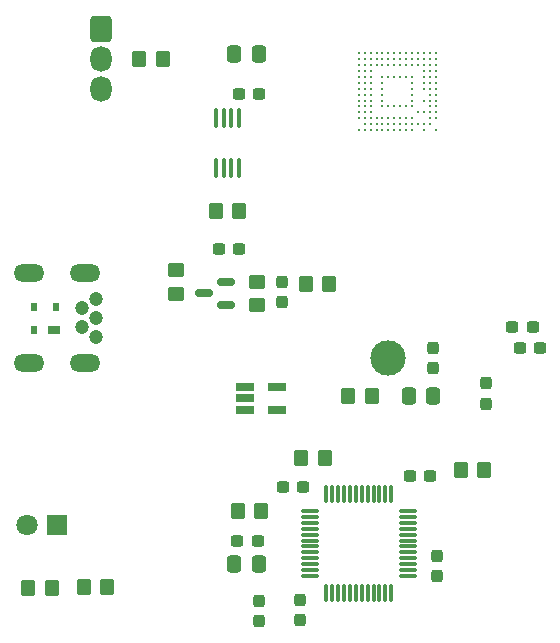
<source format=gbr>
%TF.GenerationSoftware,KiCad,Pcbnew,7.0.5*%
%TF.CreationDate,2023-07-09T17:38:26+09:00*%
%TF.ProjectId,sdcdmuxemmc,73646364-6d75-4786-956d-6d632e6b6963,rev?*%
%TF.SameCoordinates,Original*%
%TF.FileFunction,Soldermask,Bot*%
%TF.FilePolarity,Negative*%
%FSLAX46Y46*%
G04 Gerber Fmt 4.6, Leading zero omitted, Abs format (unit mm)*
G04 Created by KiCad (PCBNEW 7.0.5) date 2023-07-09 17:38:26*
%MOMM*%
%LPD*%
G01*
G04 APERTURE LIST*
G04 Aperture macros list*
%AMRoundRect*
0 Rectangle with rounded corners*
0 $1 Rounding radius*
0 $2 $3 $4 $5 $6 $7 $8 $9 X,Y pos of 4 corners*
0 Add a 4 corners polygon primitive as box body*
4,1,4,$2,$3,$4,$5,$6,$7,$8,$9,$2,$3,0*
0 Add four circle primitives for the rounded corners*
1,1,$1+$1,$2,$3*
1,1,$1+$1,$4,$5*
1,1,$1+$1,$6,$7*
1,1,$1+$1,$8,$9*
0 Add four rect primitives between the rounded corners*
20,1,$1+$1,$2,$3,$4,$5,0*
20,1,$1+$1,$4,$5,$6,$7,0*
20,1,$1+$1,$6,$7,$8,$9,0*
20,1,$1+$1,$8,$9,$2,$3,0*%
G04 Aperture macros list end*
%ADD10C,3.000000*%
%ADD11C,1.200000*%
%ADD12O,2.600000X1.500000*%
%ADD13RoundRect,0.250200X-0.649800X0.849800X-0.649800X-0.849800X0.649800X-0.849800X0.649800X0.849800X0*%
%ADD14O,1.800000X2.200000*%
%ADD15R,1.800000X1.800000*%
%ADD16C,1.800000*%
%ADD17RoundRect,0.250000X0.337500X0.475000X-0.337500X0.475000X-0.337500X-0.475000X0.337500X-0.475000X0*%
%ADD18RoundRect,0.250000X-0.350000X-0.450000X0.350000X-0.450000X0.350000X0.450000X-0.350000X0.450000X0*%
%ADD19RoundRect,0.250000X0.350000X0.450000X-0.350000X0.450000X-0.350000X-0.450000X0.350000X-0.450000X0*%
%ADD20RoundRect,0.237500X0.237500X-0.300000X0.237500X0.300000X-0.237500X0.300000X-0.237500X-0.300000X0*%
%ADD21RoundRect,0.150000X0.587500X0.150000X-0.587500X0.150000X-0.587500X-0.150000X0.587500X-0.150000X0*%
%ADD22RoundRect,0.237500X-0.300000X-0.237500X0.300000X-0.237500X0.300000X0.237500X-0.300000X0.237500X0*%
%ADD23RoundRect,0.250000X-0.450000X0.350000X-0.450000X-0.350000X0.450000X-0.350000X0.450000X0.350000X0*%
%ADD24RoundRect,0.237500X-0.237500X0.300000X-0.237500X-0.300000X0.237500X-0.300000X0.237500X0.300000X0*%
%ADD25R,1.560000X0.650000*%
%ADD26RoundRect,0.237500X0.300000X0.237500X-0.300000X0.237500X-0.300000X-0.237500X0.300000X-0.237500X0*%
%ADD27R,1.000000X0.700000*%
%ADD28R,0.600000X0.700000*%
%ADD29RoundRect,0.075000X-0.075000X0.662500X-0.075000X-0.662500X0.075000X-0.662500X0.075000X0.662500X0*%
%ADD30RoundRect,0.075000X-0.662500X0.075000X-0.662500X-0.075000X0.662500X-0.075000X0.662500X0.075000X0*%
%ADD31C,0.254000*%
%ADD32RoundRect,0.250000X0.450000X-0.350000X0.450000X0.350000X-0.450000X0.350000X-0.450000X-0.350000X0*%
%ADD33RoundRect,0.100000X0.100000X-0.712500X0.100000X0.712500X-0.100000X0.712500X-0.100000X-0.712500X0*%
G04 APERTURE END LIST*
D10*
%TO.C,U402*%
X193500000Y-100000000D03*
%TD*%
D11*
%TO.C,J101*%
X168750000Y-95000000D03*
X167550000Y-95800000D03*
X168750000Y-96600000D03*
X167550000Y-97400000D03*
X168750000Y-98200000D03*
D12*
X167850000Y-92800000D03*
X163050000Y-92800000D03*
X167850000Y-100400000D03*
X163050000Y-100400000D03*
%TD*%
D13*
%TO.C,U201*%
X169152500Y-72105000D03*
D14*
X169152500Y-74645000D03*
X169152500Y-77185000D03*
%TD*%
D15*
%TO.C,D202*%
X165465000Y-114100000D03*
D16*
X162925000Y-114100000D03*
%TD*%
D17*
%TO.C,C401*%
X197287500Y-103250000D03*
X195212500Y-103250000D03*
%TD*%
D18*
%TO.C,R503*%
X180760000Y-112950000D03*
X182760000Y-112950000D03*
%TD*%
D19*
%TO.C,R403*%
X201640000Y-109500000D03*
X199640000Y-109500000D03*
%TD*%
D20*
%TO.C,C506*%
X197610000Y-118462500D03*
X197610000Y-116737500D03*
%TD*%
D21*
%TO.C,Q301*%
X179787500Y-93570000D03*
X179787500Y-95470000D03*
X177912500Y-94520000D03*
%TD*%
D18*
%TO.C,R402*%
X190090000Y-103210000D03*
X192090000Y-103210000D03*
%TD*%
D22*
%TO.C,C508*%
X184557500Y-110920000D03*
X186282500Y-110920000D03*
%TD*%
D17*
%TO.C,C306*%
X182547500Y-74220000D03*
X180472500Y-74220000D03*
%TD*%
D23*
%TO.C,R302*%
X182340000Y-93520000D03*
X182340000Y-95520000D03*
%TD*%
D22*
%TO.C,C507*%
X195337500Y-109980000D03*
X197062500Y-109980000D03*
%TD*%
D24*
%TO.C,C301*%
X184490000Y-93547500D03*
X184490000Y-95272500D03*
%TD*%
D19*
%TO.C,R301*%
X188510000Y-93720000D03*
X186510000Y-93720000D03*
%TD*%
%TO.C,R303*%
X180870000Y-87550000D03*
X178870000Y-87550000D03*
%TD*%
D20*
%TO.C,C405*%
X197250000Y-100862500D03*
X197250000Y-99137500D03*
%TD*%
D25*
%TO.C,U503*%
X181350000Y-104360000D03*
X181350000Y-103410000D03*
X181350000Y-102460000D03*
X184050000Y-102460000D03*
X184050000Y-104360000D03*
%TD*%
D26*
%TO.C,C510*%
X182422500Y-115520000D03*
X180697500Y-115520000D03*
%TD*%
D24*
%TO.C,C501*%
X182520000Y-120567500D03*
X182520000Y-122292500D03*
%TD*%
D26*
%TO.C,C603*%
X206372500Y-99160000D03*
X204647500Y-99160000D03*
%TD*%
%TO.C,C303*%
X180882500Y-90750000D03*
X179157500Y-90750000D03*
%TD*%
D27*
%TO.C,D101*%
X165200000Y-97650000D03*
D28*
X163500000Y-97650000D03*
X163500000Y-95650000D03*
X165400000Y-95650000D03*
%TD*%
D29*
%TO.C,U502*%
X188250000Y-111537500D03*
X188750000Y-111537500D03*
X189250000Y-111537500D03*
X189750000Y-111537500D03*
X190250000Y-111537500D03*
X190750000Y-111537500D03*
X191250000Y-111537500D03*
X191750000Y-111537500D03*
X192250000Y-111537500D03*
X192750000Y-111537500D03*
X193250000Y-111537500D03*
X193750000Y-111537500D03*
D30*
X195162500Y-112950000D03*
X195162500Y-113450000D03*
X195162500Y-113950000D03*
X195162500Y-114450000D03*
X195162500Y-114950000D03*
X195162500Y-115450000D03*
X195162500Y-115950000D03*
X195162500Y-116450000D03*
X195162500Y-116950000D03*
X195162500Y-117450000D03*
X195162500Y-117950000D03*
X195162500Y-118450000D03*
D29*
X193750000Y-119862500D03*
X193250000Y-119862500D03*
X192750000Y-119862500D03*
X192250000Y-119862500D03*
X191750000Y-119862500D03*
X191250000Y-119862500D03*
X190750000Y-119862500D03*
X190250000Y-119862500D03*
X189750000Y-119862500D03*
X189250000Y-119862500D03*
X188750000Y-119862500D03*
X188250000Y-119862500D03*
D30*
X186837500Y-118450000D03*
X186837500Y-117950000D03*
X186837500Y-117450000D03*
X186837500Y-116950000D03*
X186837500Y-116450000D03*
X186837500Y-115950000D03*
X186837500Y-115450000D03*
X186837500Y-114950000D03*
X186837500Y-114450000D03*
X186837500Y-113950000D03*
X186837500Y-113450000D03*
X186837500Y-112950000D03*
%TD*%
D19*
%TO.C,R501*%
X188130000Y-108480000D03*
X186130000Y-108480000D03*
%TD*%
D18*
%TO.C,R202*%
X163000000Y-119500000D03*
X165000000Y-119500000D03*
%TD*%
D26*
%TO.C,C305*%
X182562500Y-77630000D03*
X180837500Y-77630000D03*
%TD*%
D24*
%TO.C,C407*%
X201750000Y-102137500D03*
X201750000Y-103862500D03*
%TD*%
D19*
%TO.C,R204*%
X174380000Y-74700000D03*
X172380000Y-74700000D03*
%TD*%
%TO.C,R201*%
X169720000Y-119420000D03*
X167720000Y-119420000D03*
%TD*%
D31*
%TO.C,U604*%
X197500000Y-80700000D03*
X197500000Y-79700000D03*
X197500000Y-79200000D03*
X197500000Y-78700000D03*
X197500000Y-78200000D03*
X197500000Y-77700000D03*
X197500000Y-77200000D03*
X197500000Y-76700000D03*
X197500000Y-76200000D03*
X197500000Y-75700000D03*
X197500000Y-75200000D03*
X197500000Y-74700000D03*
X197500000Y-74200000D03*
X197000000Y-80200000D03*
X197000000Y-79700000D03*
X197000000Y-79200000D03*
X197000000Y-78700000D03*
X197000000Y-78200000D03*
X197000000Y-77700000D03*
X197000000Y-77200000D03*
X197000000Y-76700000D03*
X197000000Y-76200000D03*
X197000000Y-75700000D03*
X197000000Y-75200000D03*
X197000000Y-74700000D03*
X197000000Y-74200000D03*
X196500000Y-80700000D03*
X196500000Y-80200000D03*
X196500000Y-79200000D03*
X196500000Y-78200000D03*
X196500000Y-77200000D03*
X196500000Y-76700000D03*
X196500000Y-76200000D03*
X196500000Y-75700000D03*
X196500000Y-75200000D03*
X196500000Y-74700000D03*
X196500000Y-74200000D03*
X196000000Y-80200000D03*
X196000000Y-79200000D03*
X196000000Y-75200000D03*
X196000000Y-74700000D03*
X196000000Y-74200000D03*
X195500000Y-80700000D03*
X195500000Y-80200000D03*
X195500000Y-79700000D03*
X195500000Y-78700000D03*
X195500000Y-78200000D03*
X195500000Y-77700000D03*
X195500000Y-77200000D03*
X195500000Y-76700000D03*
X195500000Y-76200000D03*
X195500000Y-75200000D03*
X195500000Y-74700000D03*
X195500000Y-74200000D03*
X195000000Y-80700000D03*
X195000000Y-80200000D03*
X195000000Y-79700000D03*
X195000000Y-78700000D03*
X195000000Y-76200000D03*
X195000000Y-75200000D03*
X195000000Y-74700000D03*
X195000000Y-74200000D03*
X194500000Y-80700000D03*
X194500000Y-80200000D03*
X194500000Y-79700000D03*
X194500000Y-78700000D03*
X194500000Y-76200000D03*
X194500000Y-75200000D03*
X194500000Y-74700000D03*
X194500000Y-74200000D03*
X194000000Y-80700000D03*
X194000000Y-80200000D03*
X194000000Y-79700000D03*
X194000000Y-78700000D03*
X194000000Y-76200000D03*
X194000000Y-75200000D03*
X194000000Y-74700000D03*
X194000000Y-74200000D03*
X193500000Y-80700000D03*
X193500000Y-80200000D03*
X193500000Y-79700000D03*
X193500000Y-78700000D03*
X193500000Y-76200000D03*
X193500000Y-75200000D03*
X193500000Y-74700000D03*
X193500000Y-74200000D03*
X193000000Y-80700000D03*
X193000000Y-80200000D03*
X193000000Y-79700000D03*
X193000000Y-78700000D03*
X193000000Y-78200000D03*
X193000000Y-77700000D03*
X193000000Y-77200000D03*
X193000000Y-76700000D03*
X193000000Y-76200000D03*
X193000000Y-75200000D03*
X193000000Y-74700000D03*
X193000000Y-74200000D03*
X192500000Y-80700000D03*
X192500000Y-80200000D03*
X192500000Y-79700000D03*
X192500000Y-75200000D03*
X192500000Y-74700000D03*
X192500000Y-74200000D03*
X192000000Y-80700000D03*
X192000000Y-80200000D03*
X192000000Y-79700000D03*
X192000000Y-79200000D03*
X192000000Y-78700000D03*
X192000000Y-78200000D03*
X192000000Y-77700000D03*
X192000000Y-77200000D03*
X192000000Y-76700000D03*
X192000000Y-76200000D03*
X192000000Y-75700000D03*
X192000000Y-75200000D03*
X192000000Y-74700000D03*
X192000000Y-74200000D03*
X191500000Y-80700000D03*
X191500000Y-80200000D03*
X191500000Y-79700000D03*
X191500000Y-79200000D03*
X191500000Y-78700000D03*
X191500000Y-78200000D03*
X191500000Y-77700000D03*
X191500000Y-77200000D03*
X191500000Y-76700000D03*
X191500000Y-76200000D03*
X191500000Y-75700000D03*
X191500000Y-75200000D03*
X191500000Y-74700000D03*
X191500000Y-74200000D03*
X191000000Y-80700000D03*
X191000000Y-79700000D03*
X191000000Y-79200000D03*
X191000000Y-78700000D03*
X191000000Y-78200000D03*
X191000000Y-77700000D03*
X191000000Y-77200000D03*
X191000000Y-76700000D03*
X191000000Y-76200000D03*
X191000000Y-75700000D03*
X191000000Y-75200000D03*
X191000000Y-74700000D03*
X191000000Y-74200000D03*
%TD*%
D32*
%TO.C,R304*%
X175510000Y-94570000D03*
X175510000Y-92570000D03*
%TD*%
D24*
%TO.C,C503*%
X186020000Y-120487500D03*
X186020000Y-122212500D03*
%TD*%
D17*
%TO.C,C513*%
X182527500Y-117470000D03*
X180452500Y-117470000D03*
%TD*%
D26*
%TO.C,C602*%
X205713500Y-97409000D03*
X203988500Y-97409000D03*
%TD*%
D33*
%TO.C,Q302*%
X180845000Y-83932500D03*
X180195000Y-83932500D03*
X179545000Y-83932500D03*
X178895000Y-83932500D03*
X178895000Y-79707500D03*
X179545000Y-79707500D03*
X180195000Y-79707500D03*
X180845000Y-79707500D03*
%TD*%
M02*

</source>
